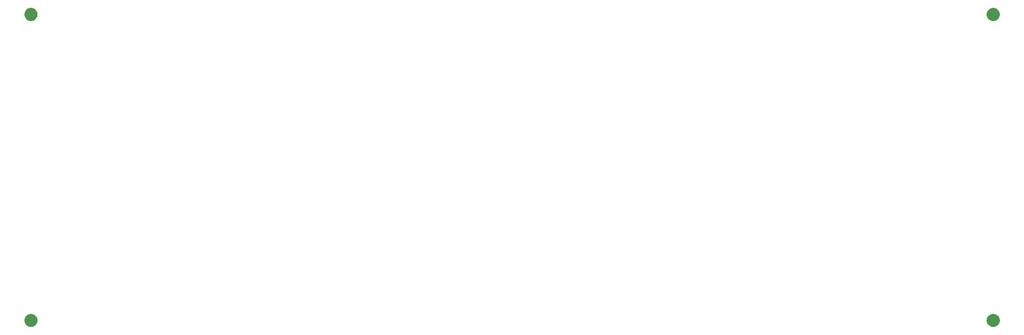
<source format=gbr>
%TF.GenerationSoftware,Altium Limited,Altium Designer,24.3.1 (35)*%
G04 Layer_Color=0*
%FSLAX43Y43*%
%MOMM*%
%TF.SameCoordinates,2EF1D394-34E5-4190-8ABA-250447B0B6E5*%
%TF.FilePolarity,Positive*%
%TF.FileFunction,NonPlated,1,2,NPTH,Drill*%
%TF.Part,Single*%
G01*
G75*
G36*
X223500Y5000D02*
Y4852D01*
X223558Y4562D01*
X223671Y4289D01*
X223835Y4044D01*
X224044Y3835D01*
X224289Y3671D01*
X224562Y3558D01*
X224852Y3500D01*
X225000D01*
X225148D01*
X225438Y3558D01*
X225711Y3671D01*
X225956Y3835D01*
X226165Y4044D01*
X226329Y4289D01*
X226442Y4562D01*
X226500Y4852D01*
Y5000D01*
Y5148D01*
X226442Y5438D01*
X226329Y5711D01*
X226165Y5956D01*
X225956Y6165D01*
X225711Y6329D01*
X225438Y6442D01*
X225148Y6500D01*
X225000D01*
X224852D01*
X224562Y6442D01*
X224289Y6329D01*
X224044Y6165D01*
X223835Y5956D01*
X223671Y5711D01*
X223558Y5438D01*
X223500Y5148D01*
Y5000D01*
D01*
D02*
G37*
G36*
Y75000D02*
Y74852D01*
X223558Y74562D01*
X223671Y74289D01*
X223835Y74044D01*
X224044Y73835D01*
X224289Y73671D01*
X224562Y73558D01*
X224852Y73500D01*
X225000D01*
X225148D01*
X225438Y73558D01*
X225711Y73671D01*
X225956Y73835D01*
X226165Y74044D01*
X226329Y74289D01*
X226442Y74562D01*
X226500Y74852D01*
Y75000D01*
Y75148D01*
X226442Y75438D01*
X226329Y75711D01*
X226165Y75956D01*
X225956Y76165D01*
X225711Y76329D01*
X225438Y76442D01*
X225148Y76500D01*
X225000D01*
X224852D01*
X224562Y76442D01*
X224289Y76329D01*
X224044Y76165D01*
X223835Y75956D01*
X223671Y75711D01*
X223558Y75438D01*
X223500Y75148D01*
Y75000D01*
D01*
D02*
G37*
G36*
X3500Y5000D02*
Y4852D01*
X3558Y4562D01*
X3671Y4289D01*
X3835Y4044D01*
X4044Y3835D01*
X4289Y3671D01*
X4562Y3558D01*
X4852Y3500D01*
X5000D01*
X5148D01*
X5438Y3558D01*
X5711Y3671D01*
X5956Y3835D01*
X6165Y4044D01*
X6329Y4289D01*
X6442Y4562D01*
X6500Y4852D01*
Y5000D01*
Y5148D01*
X6442Y5438D01*
X6329Y5711D01*
X6165Y5956D01*
X5956Y6165D01*
X5711Y6329D01*
X5438Y6442D01*
X5148Y6500D01*
X5000D01*
X4852D01*
X4562Y6442D01*
X4289Y6329D01*
X4044Y6165D01*
X3835Y5956D01*
X3671Y5711D01*
X3558Y5438D01*
X3500Y5148D01*
Y5000D01*
D01*
D02*
G37*
G36*
X5000Y73500D02*
X4852D01*
X4562Y73558D01*
X4289Y73671D01*
X4044Y73835D01*
X3835Y74044D01*
X3671Y74289D01*
X3558Y74562D01*
X3500Y74852D01*
Y75000D01*
Y75148D01*
X3558Y75438D01*
X3671Y75711D01*
X3835Y75956D01*
X4044Y76165D01*
X4289Y76329D01*
X4562Y76442D01*
X4852Y76500D01*
X5000D01*
X5148D01*
X5438Y76442D01*
X5711Y76329D01*
X5956Y76165D01*
X6165Y75956D01*
X6329Y75711D01*
X6442Y75438D01*
X6500Y75148D01*
Y75000D01*
Y74852D01*
X6442Y74562D01*
X6329Y74289D01*
X6165Y74044D01*
X5956Y73835D01*
X5711Y73671D01*
X5438Y73558D01*
X5148Y73500D01*
X5000D01*
D01*
D02*
G37*
%TF.MD5,2c3f09a19b490e7085e3633301319553*%
M02*

</source>
